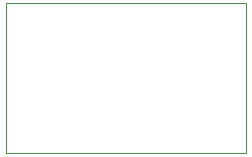
<source format=gko>
G75*
%MOIN*%
%OFA0B0*%
%FSLAX25Y25*%
%IPPOS*%
%LPD*%
%AMOC8*
5,1,8,0,0,1.08239X$1,22.5*
%
%ADD10C,0.00000*%
D10*
X0013933Y0001800D02*
X0013933Y0051800D01*
X0093933Y0051800D01*
X0093933Y0001800D01*
X0013933Y0001800D01*
M02*

</source>
